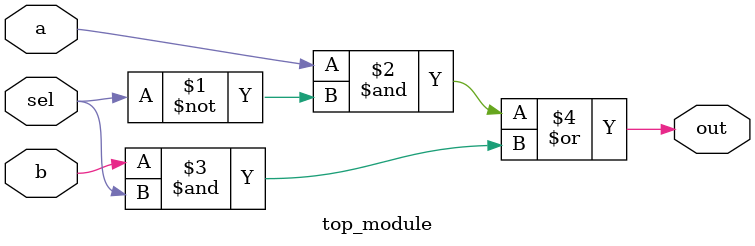
<source format=v>
module top_module( 
    input a, b, sel,
    output out ); 

    assign out = a & ~sel | b & sel;
    
endmodule

</source>
